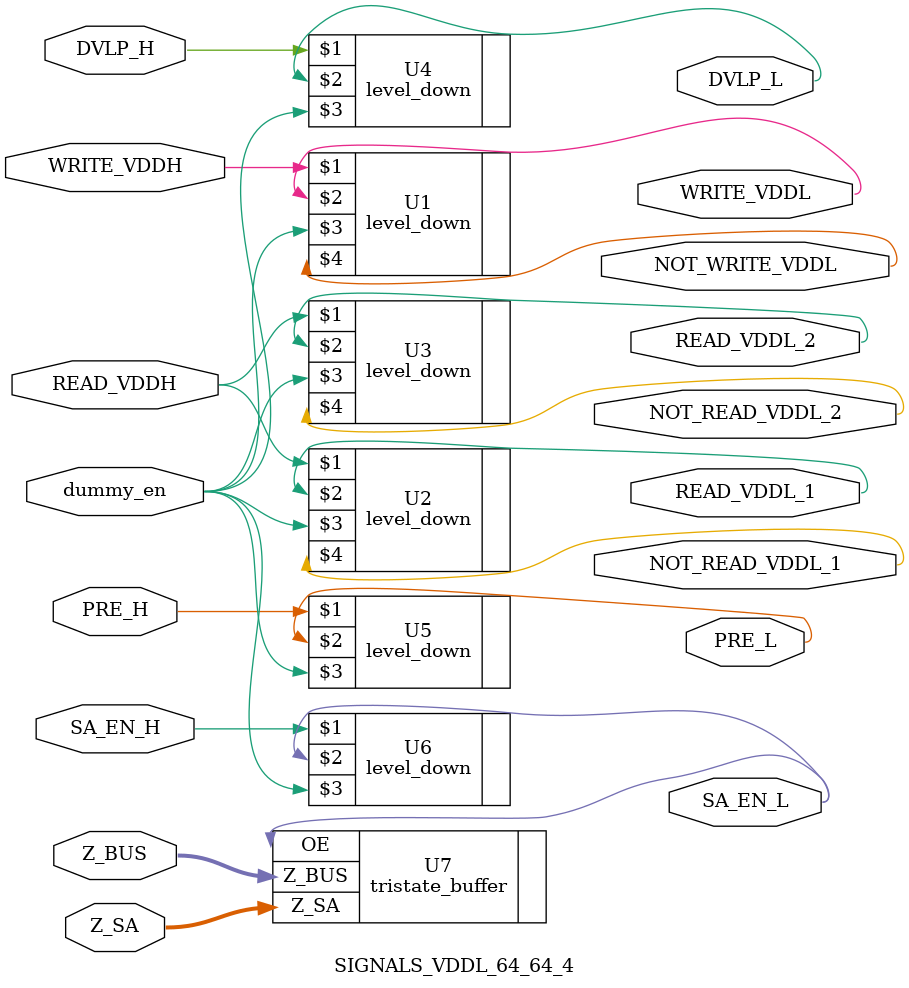
<source format=v>


`include "/ibe/users/da220/Cadence/WORK_TSMC180FORTE/DIGITAL/rtl/level_down/level_down.v"
`include "/ibe/users/da220/Cadence/WORK_TSMC180FORTE/DIGITAL/rtl/tristate_buffer/tristate_buffer.v"

// NAME MODIFIED //
module SIGNALS_VDDL_64_64_4(
// END MODIFY NAME //
WRITE_VDDH,
READ_VDDH,
DVLP_H,
PRE_H,
SA_EN_H,
dummy_en,
WRITE_VDDL,
NOT_WRITE_VDDL,
READ_VDDL_1,
NOT_READ_VDDL_1,
READ_VDDL_2,
NOT_READ_VDDL_2,
DVLP_L,
PRE_L,
Z_SA,
//Z_WR,
Z_BUS,
SA_EN_L,
);

// SKILL MODIFICATIONS //
parameter B_SIZE = 4;
// END OF SKILL MODIFICATION //

// Inputs
input	WRITE_VDDH;
input	READ_VDDH;
input	DVLP_H;
input	PRE_H;
input	SA_EN_H;
input	dummy_en;

// Input Ouput
inout	[B_SIZE-1:0] Z_SA;
//inout	[B_SIZE-1:0] Z_WR;
inout	[B_SIZE-1:0] Z_BUS;

// Outputs
output	WRITE_VDDL;
output	NOT_WRITE_VDDL;
output	READ_VDDL_1;
output	NOT_READ_VDDL_1;
output	READ_VDDL_2;
output	NOT_READ_VDDL_2;
output 	DVLP_L;
output	PRE_L;
output	SA_EN_L;

// Wires
wire	WRITE_VDDH;
wire	READ_VDDH;
wire	DVLP_H;
wire	PRE_H;
wire	SA_EN_H;
wire	dummy_en;
wire	WRITE_VDDL;
wire	NOT_WRITE_VDDL;
wire	READ_VDDL_1;
wire	NOT_READ_VDDL_1;
wire	READ_VDDL_2;
wire	NOT_READ_VDDL_2;
wire 	DVLP_L;
wire	PRE_L;
wire	SA_EN_L;
wire	[B_SIZE-1:0] Z_BUS;
wire	[B_SIZE-1:0] Z_SA;
//wire	[B_SIZE-1:0] Z_WR;



level_down U1(WRITE_VDDH, WRITE_VDDL, dummy_en, NOT_WRITE_VDDL);
level_down U2(READ_VDDH, READ_VDDL_1, dummy_en, NOT_READ_VDDL_1);
level_down U3(READ_VDDH, READ_VDDL_2, dummy_en, NOT_READ_VDDL_2);
level_down U4(DVLP_H, DVLP_L, dummy_en,);
level_down U5(PRE_H, PRE_L, dummy_en,);
level_down U6(SA_EN_H, SA_EN_L, dummy_en,);
tristate_buffer #(B_SIZE) U7(
.Z_SA	(Z_SA),
//.Z_WR	(Z_WR),
.Z_BUS	(Z_BUS),
.OE		(SA_EN_L)
);

endmodule
</source>
